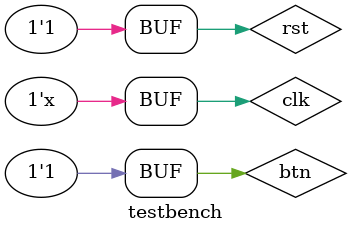
<source format=v>
`timescale 10ns / 100ps


module testbench();
    
reg clk, rst, btn;

wire [7:0] seg;

seg_counter sc(clk, rst, btn, seg);

initial  begin
    clk = 0;
    rst = 0;
    btn = 0;
    #4 rst = 1;  
    #30 btn <= ~btn;
    #2 btn <= ~btn;
    #10 btn <= ~btn;
    #2 btn <= ~btn;
end

always begin
    #2 clk <= ~clk;
    
end

endmodule
</source>
